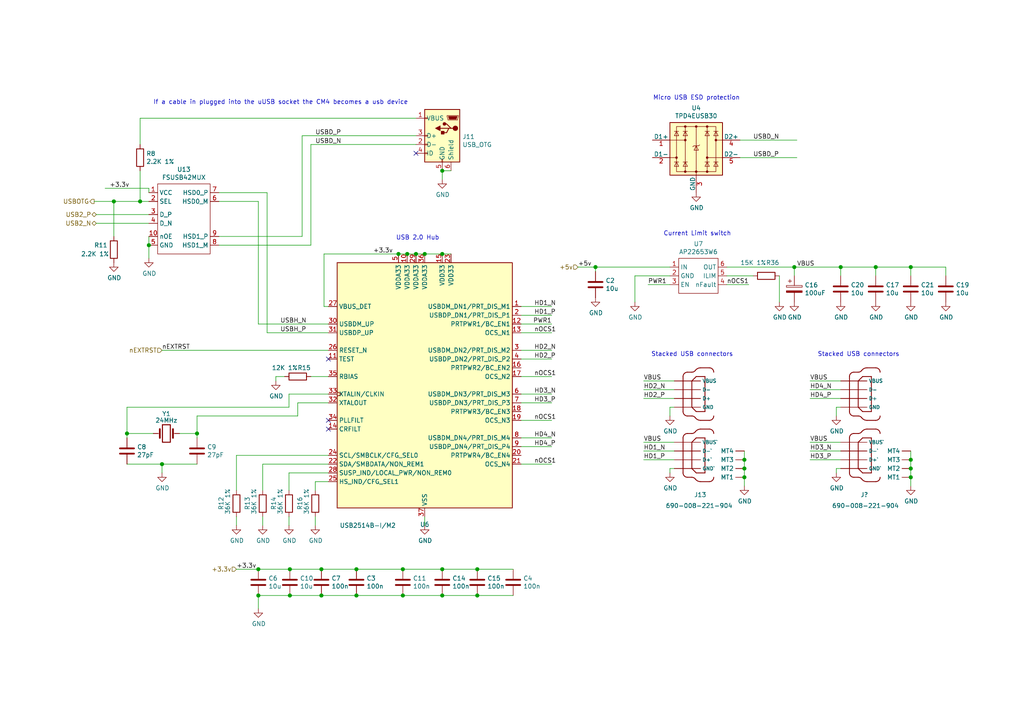
<source format=kicad_sch>
(kicad_sch (version 20210621) (generator eeschema)
  (paper "A4")
  (title_block (title "Astro Compute Module 4 - USB2-HUB") (date "2021-07-27") (rev "1") (company "Andrew Chittams") (comment 1 "https://github.com/chittams/AstroCM4") (comment 2 "www.raspberrypi.org"))
  (lib_symbols
    (symbol "CM4IO:AP2553W6"
      (property "Reference" "U" (at 3.81 -6.35 0))
      (property "Value" "AP2553W6" (at -3.81 -6.35 0))
      (symbol "AP2553W6_0_0"
        (pin power_in line (at -8.89 2.54 0) (length 2.54) (name "IN") (number "1"))
        (pin power_out line (at -8.89 0 0) (length 2.54) (name "GND") (number "2"))
        (pin input line (at -8.89 -2.54 0) (length 2.54) (name "EN") (number "3"))
        (pin open_collector line (at 7.62 -2.54 180) (length 2.54) (name "nFault") (number "4"))
        (pin passive line (at 7.62 0 180) (length 2.54) (name "ILIM") (number "5"))
        (pin power_out line (at 7.62 2.54 180) (length 2.54) (name "OUT") (number "6"))
      )
    )
    (symbol "CM4IO:FSUSB42MX"
      (property "Reference" "U" (at -7.62 20.32 0))
      (property "Value" "FSUSB42MX" (at -2.54 -2.54 0))
      (symbol "FSUSB42MX_0_0"
        (pin power_in line (at 8.89 16.51 180) (length 2.54) (name "VCC") (number "1"))
        (pin input line (at 8.89 3.81 180) (length 2.54) (name "nOE") (number "10"))
        (pin input line (at 8.89 13.97 180) (length 2.54) (name "SEL") (number "2"))
        (pin bidirectional line (at 8.89 10.16 180) (length 2.54) (name "D_P") (number "3"))
        (pin bidirectional line (at 8.89 7.62 180) (length 2.54) (name "D_N") (number "4"))
        (pin power_in line (at 8.89 1.27 180) (length 2.54) (name "GND") (number "5"))
        (pin bidirectional line (at -11.43 13.97 0) (length 2.54) (name "HSD0_M") (number "6"))
        (pin bidirectional line (at -11.43 16.51 0) (length 2.54) (name "HSD0_P") (number "7"))
        (pin bidirectional line (at -11.43 1.27 0) (length 2.54) (name "HSD1_M") (number "8"))
        (pin bidirectional line (at -11.43 3.81 0) (length 2.54) (name "HSD1_P") (number "9"))
      )
    )
    (symbol "CM4IO:TPD4EUSB30" (pin_names (offset 0))
      (property "Reference" "U" (at -0.635 8.89 0))
      (property "Value" "TPD4EUSB30" (at 8.89 -10.16 0))
      (symbol "TPD4EUSB30_1_1"
        (pin passive line (at -12.7 2.54 0) (length 5.08) (name "D1+") (number "1"))
        (pin passive line (at -12.7 2.54 0) (length 5.08) hide (name "~") (number "10"))
        (pin passive line (at -12.7 -2.54 0) (length 5.08) (name "D1-") (number "2"))
        (pin power_in line (at 0 -12.7 90) (length 5.08) (name "GND") (number "3"))
        (pin passive line (at 12.7 2.54 180) (length 5.08) (name "D2+") (number "4"))
        (pin passive line (at 12.7 -2.54 180) (length 5.08) (name "D2-") (number "5"))
        (pin passive line (at 12.7 -2.54 180) (length 5.08) hide (name "~") (number "6"))
        (pin passive line (at 12.7 2.54 180) (length 5.08) hide (name "~") (number "7"))
        (pin passive line (at 0 -12.7 90) (length 5.08) hide (name "GND") (number "8"))
        (pin passive line (at -12.7 -2.54 0) (length 5.08) hide (name "~") (number "9"))
      )
    )
    (symbol "CM4IO:USB_67298-4090" (pin_numbers hide)
      (property "Reference" "J" (at -5.08 21.6408 0))
      (property "Value" "USB_67298-4090" (at -5.08 -17.8054 0))
      (symbol "USB_67298-4090_0_0"
        (pin power_in line (at -7.62 -2.54 0) (length 7.62) (name "VBUS`") (number "1"))
        (pin passive line (at -7.62 -5.08 0) (length 7.62) (name "D-`") (number "2"))
        (pin passive line (at -7.62 -7.62 0) (length 7.62) (name "D+`") (number "3"))
        (pin power_in line (at -7.62 -10.16 0) (length 7.62) (name "GND`") (number "4"))
        (pin power_in line (at -7.62 15.24 0) (length 7.62) (name "VBUS") (number "5"))
        (pin passive line (at -7.62 12.7 0) (length 7.62) (name "D-") (number "6"))
        (pin passive line (at -7.62 10.16 0) (length 7.62) (name "D+") (number "7"))
        (pin power_in line (at -7.62 7.62 0) (length 7.62) (name "GND") (number "8"))
        (pin passive line (at 12.7 -12.7 180) (length 2.54) (name "MT1") (number "MT1"))
        (pin passive line (at 12.7 -10.16 180) (length 2.54) (name "MT2") (number "MT2"))
        (pin passive line (at 12.7 -7.62 180) (length 2.54) (name "MT3") (number "MT3"))
        (pin passive line (at 12.7 -5.08 180) (length 2.54) (name "MT4") (number "MT4"))
      )
    )
    (symbol "Connector:USB_OTG"
      (property "Reference" "J" (at -5.08 11.43 0))
      (property "Value" "USB_OTG" (at -5.08 8.89 0))
      (symbol "USB_OTG_1_1"
        (pin power_in line (at 7.62 5.08 180) (length 2.54) (name "VBUS") (number "1"))
        (pin passive line (at 7.62 -2.54 180) (length 2.54) (name "D-") (number "2"))
        (pin passive line (at 7.62 0 180) (length 2.54) (name "D+") (number "3"))
        (pin passive line (at 7.62 -5.08 180) (length 2.54) (name "ID") (number "4"))
        (pin power_in line (at 0 -10.16 90) (length 2.54) (name "GND") (number "5"))
        (pin passive line (at -2.54 -10.16 90) (length 2.54) (name "Shield") (number "6"))
      )
    )
    (symbol "Device:C" (pin_numbers hide) (pin_names (offset 0.254))
      (property "Reference" "C" (at 0.635 2.54 0))
      (property "Value" "C" (at 0.635 -2.54 0))
      (symbol "C_1_1"
        (pin passive line (at 0 3.81 270) (length 2.794) (name "~") (number "1"))
        (pin passive line (at 0 -3.81 90) (length 2.794) (name "~") (number "2"))
      )
    )
    (symbol "Device:CP" (pin_numbers hide) (pin_names (offset 0.254))
      (property "Reference" "C" (at 0.635 2.54 0))
      (property "Value" "CP" (at 0.635 -2.54 0))
      (symbol "CP_1_1"
        (pin passive line (at 0 3.81 270) (length 2.794) (name "~") (number "1"))
        (pin passive line (at 0 -3.81 90) (length 2.794) (name "~") (number "2"))
      )
    )
    (symbol "Device:Crystal" (pin_numbers hide) (pin_names hide)
      (property "Reference" "Y" (at 0 3.81 0))
      (property "Value" "Crystal" (at 0 -3.81 0))
      (symbol "Crystal_1_1"
        (pin passive line (at -3.81 0 0) (length 1.27) (name "1") (number "1"))
        (pin passive line (at 3.81 0 180) (length 1.27) (name "2") (number "2"))
      )
    )
    (symbol "Device:R" (pin_numbers hide) (pin_names (offset 0))
      (property "Reference" "R" (at 2.032 0 90))
      (property "Value" "R" (at 0 0 90))
      (symbol "R_1_1"
        (pin passive line (at 0 3.81 270) (length 1.27) (name "~") (number "1"))
        (pin passive line (at 0 -3.81 90) (length 1.27) (name "~") (number "2"))
      )
    )
    (symbol "Interface_USB:USB2514B_Bi"
      (property "Reference" "U" (at -17.78 40.64 0))
      (property "Value" "USB2514B_Bi" (at -20.32 38.1 0))
      (symbol "USB2514B_Bi_1_1"
        (pin bidirectional line (at 27.94 22.86 180) (length 2.54) (name "USBDM_DN1/PRT_DIS_M1") (number "1"))
        (pin power_in line (at -5.08 38.1 270) (length 2.54) (name "VDDA33") (number "10"))
        (pin input line (at -27.94 7.62 0) (length 2.54) (name "TEST") (number "11"))
        (pin bidirectional line (at 27.94 17.78 180) (length 2.54) (name "PRTPWR1/BC_EN1") (number "12"))
        (pin input line (at 27.94 15.24 180) (length 2.54) (name "OCS_N1") (number "13"))
        (pin input line (at -27.94 -12.7 0) (length 2.54) (name "CRFILT") (number "14"))
        (pin power_in line (at 5.08 38.1 270) (length 2.54) (name "VDD33") (number "15"))
        (pin bidirectional line (at 27.94 5.08 180) (length 2.54) (name "PRTPWR2/BC_EN2") (number "16"))
        (pin input line (at 27.94 2.54 180) (length 2.54) (name "OCS_N2") (number "17"))
        (pin bidirectional line (at 27.94 -7.62 180) (length 2.54) (name "PRTPWR3/BC_EN3") (number "18"))
        (pin input line (at 27.94 -10.16 180) (length 2.54) (name "OCS_N3") (number "19"))
        (pin bidirectional line (at 27.94 20.32 180) (length 2.54) (name "USBDP_DN1/PRT_DIS_P1") (number "2"))
        (pin bidirectional line (at 27.94 -20.32 180) (length 2.54) (name "PRTPWR4/BC_EN4") (number "20"))
        (pin input line (at 27.94 -22.86 180) (length 2.54) (name "OCS_N4") (number "21"))
        (pin bidirectional line (at -27.94 -22.86 0) (length 2.54) (name "SDA/SMBDATA/NON_REM1") (number "22"))
        (pin power_in line (at 7.62 38.1 270) (length 2.54) (name "VDD33") (number "23"))
        (pin bidirectional line (at -27.94 -20.32 0) (length 2.54) (name "SCL/SMBCLK/CFG_SEL0") (number "24"))
        (pin bidirectional line (at -27.94 -27.94 0) (length 2.54) (name "HS_IND/CFG_SEL1") (number "25"))
        (pin input line (at -27.94 10.16 0) (length 2.54) (name "RESET_N") (number "26"))
        (pin input line (at -27.94 22.86 0) (length 2.54) (name "VBUS_DET") (number "27"))
        (pin bidirectional line (at -27.94 -25.4 0) (length 2.54) (name "SUSP_IND/LOCAL_PWR/NON_REM0") (number "28"))
        (pin power_in line (at -2.54 38.1 270) (length 2.54) (name "VDDA33") (number "29"))
        (pin bidirectional line (at 27.94 10.16 180) (length 2.54) (name "USBDM_DN2/PRT_DIS_M2") (number "3"))
        (pin bidirectional line (at -27.94 17.78 0) (length 2.54) (name "USBDM_UP") (number "30"))
        (pin bidirectional line (at -27.94 15.24 0) (length 2.54) (name "USBDP_UP") (number "31"))
        (pin output line (at -27.94 -5.08 0) (length 2.54) (name "XTALOUT") (number "32"))
        (pin input clock (at -27.94 -2.54 0) (length 2.54) (name "XTALIN/CLKIN") (number "33"))
        (pin input line (at -27.94 -10.16 0) (length 2.54) (name "PLLFILT") (number "34"))
        (pin input line (at -27.94 2.54 0) (length 2.54) (name "RBIAS") (number "35"))
        (pin power_in line (at 0 38.1 270) (length 2.54) (name "VDDA33") (number "36"))
        (pin power_in line (at 0 -38.1 90) (length 2.54) (name "VSS") (number "37"))
        (pin bidirectional line (at 27.94 7.62 180) (length 2.54) (name "USBDP_DN2/PRT_DIS_P2") (number "4"))
        (pin power_in line (at -7.62 38.1 270) (length 2.54) (name "VDDA33") (number "5"))
        (pin bidirectional line (at 27.94 -2.54 180) (length 2.54) (name "USBDM_DN3/PRT_DIS_M3") (number "6"))
        (pin bidirectional line (at 27.94 -5.08 180) (length 2.54) (name "USBDP_DN3/PRT_DIS_P3") (number "7"))
        (pin bidirectional line (at 27.94 -15.24 180) (length 2.54) (name "USBDM_DN4/PRT_DIS_M4") (number "8"))
        (pin bidirectional line (at 27.94 -17.78 180) (length 2.54) (name "USBDP_DN4/PRT_DIS_P4") (number "9"))
      )
    )
    (symbol "power:GND" (power) (pin_names (offset 0))
      (property "Value" "GND" (at 0 -3.81 0))
      (symbol "GND_1_1"
        (pin power_in line (at 0 0 270) (length 0) hide (name "GND") (number "1"))
      )
    )
  )
  (junction (at 33.02 58.42) (diameter 1.016))
  (junction (at 36.83 125.73) (diameter 1.016))
  (junction (at 40.64 58.42) (diameter 1.016))
  (junction (at 43.18 71.12) (diameter 1.016))
  (junction (at 46.99 134.62) (diameter 1.016))
  (junction (at 57.15 125.73) (diameter 1.016))
  (junction (at 74.93 165.1) (diameter 1.016))
  (junction (at 74.93 172.72) (diameter 1.016))
  (junction (at 84.074 165.1) (diameter 1.016))
  (junction (at 84.074 172.72) (diameter 1.016))
  (junction (at 93.218 165.1) (diameter 1.016))
  (junction (at 93.218 172.72) (diameter 1.016))
  (junction (at 103.378 165.1) (diameter 1.016))
  (junction (at 103.378 172.72) (diameter 1.016))
  (junction (at 115.57 73.66) (diameter 1.016))
  (junction (at 116.84 165.1) (diameter 1.016))
  (junction (at 116.84 172.72) (diameter 1.016))
  (junction (at 118.11 73.66) (diameter 1.016))
  (junction (at 120.65 73.66) (diameter 1.016))
  (junction (at 123.19 73.66) (diameter 1.016))
  (junction (at 128.27 49.53) (diameter 1.016))
  (junction (at 128.27 73.66) (diameter 1.016))
  (junction (at 128.27 165.1) (diameter 1.016))
  (junction (at 128.27 172.72) (diameter 1.016))
  (junction (at 138.43 165.1) (diameter 1.016))
  (junction (at 138.43 172.72) (diameter 1.016))
  (junction (at 172.72 77.47) (diameter 1.016))
  (junction (at 215.9 133.35) (diameter 1.016))
  (junction (at 215.9 135.89) (diameter 1.016))
  (junction (at 215.9 138.43) (diameter 1.016))
  (junction (at 230.378 77.47) (diameter 1.016))
  (junction (at 243.84 77.47) (diameter 1.016))
  (junction (at 254 77.47) (diameter 1.016))
  (junction (at 264.16 77.47) (diameter 1.016))
  (junction (at 264.16 133.35) (diameter 1.016))
  (junction (at 264.16 135.89) (diameter 1.016))
  (junction (at 264.16 138.43) (diameter 1.016))
  (no_connect (at 95.25 104.14))
  (no_connect (at 95.25 121.92))
  (no_connect (at 95.25 124.46))
  (no_connect (at 120.65 44.45))
  (wire (pts (xy 27.305 58.42) (xy 33.02 58.42)))
  (wire (pts (xy 27.94 62.23) (xy 43.18 62.23)))
  (wire (pts (xy 27.94 64.77) (xy 43.18 64.77)))
  (wire (pts (xy 30.48 54.61) (xy 43.18 54.61)))
  (wire (pts (xy 33.02 58.42) (xy 33.02 68.58)))
  (wire (pts (xy 36.83 118.11) (xy 36.83 125.73)))
  (wire (pts (xy 36.83 125.73) (xy 44.45 125.73)))
  (wire (pts (xy 36.83 127) (xy 36.83 125.73)))
  (wire (pts (xy 36.83 134.62) (xy 46.99 134.62)))
  (wire (pts (xy 40.64 34.29) (xy 120.65 34.29)))
  (wire (pts (xy 40.64 41.91) (xy 40.64 34.29)))
  (wire (pts (xy 40.64 49.53) (xy 40.64 58.42)))
  (wire (pts (xy 40.64 58.42) (xy 33.02 58.42)))
  (wire (pts (xy 43.18 55.88) (xy 43.18 54.61)))
  (wire (pts (xy 43.18 58.42) (xy 40.64 58.42)))
  (wire (pts (xy 43.18 68.58) (xy 43.18 71.12)))
  (wire (pts (xy 43.18 71.12) (xy 43.18 74.93)))
  (wire (pts (xy 46.99 101.6) (xy 95.25 101.6)))
  (wire (pts (xy 46.99 134.62) (xy 46.99 137.16)))
  (wire (pts (xy 46.99 134.62) (xy 57.15 134.62)))
  (wire (pts (xy 52.07 125.73) (xy 57.15 125.73)))
  (wire (pts (xy 57.15 120.65) (xy 57.15 125.73)))
  (wire (pts (xy 57.15 125.73) (xy 57.15 127)))
  (wire (pts (xy 63.5 55.88) (xy 77.47 55.88)))
  (wire (pts (xy 63.5 58.42) (xy 74.93 58.42)))
  (wire (pts (xy 63.5 68.58) (xy 87.63 68.58)))
  (wire (pts (xy 63.5 71.12) (xy 90.17 71.12)))
  (wire (pts (xy 68.58 132.08) (xy 95.25 132.08)))
  (wire (pts (xy 68.58 142.24) (xy 68.58 132.08)))
  (wire (pts (xy 68.58 149.86) (xy 68.58 152.4)))
  (wire (pts (xy 68.58 165.1) (xy 74.93 165.1)))
  (wire (pts (xy 74.93 58.42) (xy 74.93 93.98)))
  (wire (pts (xy 74.93 165.1) (xy 84.074 165.1)))
  (wire (pts (xy 74.93 172.72) (xy 84.074 172.72)))
  (wire (pts (xy 74.93 176.53) (xy 74.93 172.72)))
  (wire (pts (xy 76.2 134.62) (xy 95.25 134.62)))
  (wire (pts (xy 76.2 142.24) (xy 76.2 134.62)))
  (wire (pts (xy 76.2 149.86) (xy 76.2 152.4)))
  (wire (pts (xy 77.47 55.88) (xy 77.47 96.52)))
  (wire (pts (xy 77.47 96.52) (xy 95.25 96.52)))
  (wire (pts (xy 80.01 109.22) (xy 80.01 110.49)))
  (wire (pts (xy 82.55 109.22) (xy 80.01 109.22)))
  (wire (pts (xy 83.82 114.3) (xy 83.82 118.11)))
  (wire (pts (xy 83.82 114.3) (xy 95.25 114.3)))
  (wire (pts (xy 83.82 118.11) (xy 36.83 118.11)))
  (wire (pts (xy 83.82 137.16) (xy 95.25 137.16)))
  (wire (pts (xy 83.82 142.24) (xy 83.82 137.16)))
  (wire (pts (xy 83.82 149.86) (xy 83.82 152.4)))
  (wire (pts (xy 84.074 165.1) (xy 93.218 165.1)))
  (wire (pts (xy 84.074 172.72) (xy 93.218 172.72)))
  (wire (pts (xy 86.36 116.84) (xy 86.36 120.65)))
  (wire (pts (xy 86.36 120.65) (xy 57.15 120.65)))
  (wire (pts (xy 87.63 39.37) (xy 120.65 39.37)))
  (wire (pts (xy 87.63 68.58) (xy 87.63 39.37)))
  (wire (pts (xy 90.17 41.91) (xy 120.65 41.91)))
  (wire (pts (xy 90.17 71.12) (xy 90.17 41.91)))
  (wire (pts (xy 90.17 109.22) (xy 95.25 109.22)))
  (wire (pts (xy 91.44 139.7) (xy 95.25 139.7)))
  (wire (pts (xy 91.44 142.24) (xy 91.44 139.7)))
  (wire (pts (xy 91.44 149.86) (xy 91.44 152.4)))
  (wire (pts (xy 93.218 165.1) (xy 103.378 165.1)))
  (wire (pts (xy 93.218 172.72) (xy 103.378 172.72)))
  (wire (pts (xy 93.98 73.66) (xy 115.57 73.66)))
  (wire (pts (xy 93.98 88.9) (xy 93.98 73.66)))
  (wire (pts (xy 95.25 88.9) (xy 93.98 88.9)))
  (wire (pts (xy 95.25 93.98) (xy 74.93 93.98)))
  (wire (pts (xy 95.25 116.84) (xy 86.36 116.84)))
  (wire (pts (xy 103.378 165.1) (xy 116.84 165.1)))
  (wire (pts (xy 103.378 172.72) (xy 116.84 172.72)))
  (wire (pts (xy 115.57 73.66) (xy 118.11 73.66)))
  (wire (pts (xy 116.84 165.1) (xy 128.27 165.1)))
  (wire (pts (xy 116.84 172.72) (xy 128.27 172.72)))
  (wire (pts (xy 118.11 73.66) (xy 120.65 73.66)))
  (wire (pts (xy 120.65 73.66) (xy 123.19 73.66)))
  (wire (pts (xy 123.19 73.66) (xy 128.27 73.66)))
  (wire (pts (xy 123.19 149.86) (xy 123.19 152.4)))
  (wire (pts (xy 128.27 49.53) (xy 130.81 49.53)))
  (wire (pts (xy 128.27 52.07) (xy 128.27 49.53)))
  (wire (pts (xy 128.27 73.66) (xy 130.81 73.66)))
  (wire (pts (xy 128.27 165.1) (xy 138.43 165.1)))
  (wire (pts (xy 128.27 172.72) (xy 138.43 172.72)))
  (wire (pts (xy 138.43 165.1) (xy 148.844 165.1)))
  (wire (pts (xy 138.43 172.72) (xy 148.844 172.72)))
  (wire (pts (xy 151.13 88.9) (xy 160.02 88.9)))
  (wire (pts (xy 151.13 91.44) (xy 160.02 91.44)))
  (wire (pts (xy 151.13 93.98) (xy 160.02 93.98)))
  (wire (pts (xy 151.13 96.52) (xy 160.02 96.52)))
  (wire (pts (xy 151.13 101.6) (xy 160.02 101.6)))
  (wire (pts (xy 151.13 104.14) (xy 160.02 104.14)))
  (wire (pts (xy 151.13 109.22) (xy 160.02 109.22)))
  (wire (pts (xy 151.13 114.3) (xy 160.02 114.3)))
  (wire (pts (xy 151.13 116.84) (xy 160.02 116.84)))
  (wire (pts (xy 151.13 121.92) (xy 160.02 121.92)))
  (wire (pts (xy 151.13 127) (xy 160.02 127)))
  (wire (pts (xy 151.13 129.54) (xy 160.02 129.54)))
  (wire (pts (xy 151.13 134.62) (xy 160.02 134.62)))
  (wire (pts (xy 167.64 77.47) (xy 172.72 77.47)))
  (wire (pts (xy 172.72 77.47) (xy 194.31 77.47)))
  (wire (pts (xy 172.72 78.74) (xy 172.72 77.47)))
  (wire (pts (xy 184.15 80.01) (xy 184.15 87.63)))
  (wire (pts (xy 186.69 110.49) (xy 195.58 110.49)))
  (wire (pts (xy 186.69 113.03) (xy 195.58 113.03)))
  (wire (pts (xy 186.69 115.57) (xy 195.58 115.57)))
  (wire (pts (xy 186.69 128.27) (xy 195.58 128.27)))
  (wire (pts (xy 186.69 130.81) (xy 195.58 130.81)))
  (wire (pts (xy 186.69 133.35) (xy 195.58 133.35)))
  (wire (pts (xy 187.96 82.55) (xy 194.31 82.55)))
  (wire (pts (xy 194.31 80.01) (xy 184.15 80.01)))
  (wire (pts (xy 194.31 118.11) (xy 194.31 120.65)))
  (wire (pts (xy 194.31 135.89) (xy 194.31 137.16)))
  (wire (pts (xy 195.58 118.11) (xy 194.31 118.11)))
  (wire (pts (xy 195.58 135.89) (xy 194.31 135.89)))
  (wire (pts (xy 210.82 77.47) (xy 230.378 77.47)))
  (wire (pts (xy 210.82 80.01) (xy 218.44 80.01)))
  (wire (pts (xy 210.82 82.55) (xy 217.17 82.55)))
  (wire (pts (xy 214.63 40.64) (xy 231.14 40.64)))
  (wire (pts (xy 214.63 45.72) (xy 231.14 45.72)))
  (wire (pts (xy 215.9 130.81) (xy 215.9 133.35)))
  (wire (pts (xy 215.9 133.35) (xy 215.9 135.89)))
  (wire (pts (xy 215.9 135.89) (xy 215.9 138.43)))
  (wire (pts (xy 215.9 138.43) (xy 215.9 140.97)))
  (wire (pts (xy 226.06 80.01) (xy 226.06 87.63)))
  (wire (pts (xy 230.378 77.47) (xy 230.378 80.01)))
  (wire (pts (xy 230.378 77.47) (xy 243.84 77.47)))
  (wire (pts (xy 234.95 110.49) (xy 243.84 110.49)))
  (wire (pts (xy 234.95 113.03) (xy 243.84 113.03)))
  (wire (pts (xy 234.95 115.57) (xy 243.84 115.57)))
  (wire (pts (xy 234.95 128.27) (xy 243.84 128.27)))
  (wire (pts (xy 234.95 130.81) (xy 243.84 130.81)))
  (wire (pts (xy 234.95 133.35) (xy 243.84 133.35)))
  (wire (pts (xy 242.57 118.11) (xy 242.57 120.65)))
  (wire (pts (xy 242.57 135.89) (xy 242.57 137.16)))
  (wire (pts (xy 243.84 77.47) (xy 254 77.47)))
  (wire (pts (xy 243.84 80.01) (xy 243.84 77.47)))
  (wire (pts (xy 243.84 118.11) (xy 242.57 118.11)))
  (wire (pts (xy 243.84 135.89) (xy 242.57 135.89)))
  (wire (pts (xy 254 77.47) (xy 254 80.01)))
  (wire (pts (xy 254 77.47) (xy 264.16 77.47)))
  (wire (pts (xy 264.16 77.47) (xy 264.16 80.01)))
  (wire (pts (xy 264.16 77.47) (xy 274.32 77.47)))
  (wire (pts (xy 264.16 130.81) (xy 264.16 133.35)))
  (wire (pts (xy 264.16 133.35) (xy 264.16 135.89)))
  (wire (pts (xy 264.16 135.89) (xy 264.16 138.43)))
  (wire (pts (xy 264.16 138.43) (xy 264.16 140.97)))
  (wire (pts (xy 274.32 80.01) (xy 274.32 77.47)))
  (text "If a cable in plugged into the uUSB socket the CM4 becomes a usb device" (at 44.45 30.48 0) (effects (font (size 1.27 1.27)) (justify left bottom)))
  (text "USB 2.0 Hub" (at 127.4318 69.7992 180) (effects (font (size 1.27 1.27)) (justify right bottom)))
  (text "Current Limit switch" (at 212.09 68.58 180) (effects (font (size 1.27 1.27)) (justify right bottom)))
  (text "Stacked USB connectors" (at 212.6488 103.5812 180) (effects (font (size 1.27 1.27)) (justify right bottom)))
  (text "Micro USB ESD protection" (at 214.63 29.21 180) (effects (font (size 1.27 1.27)) (justify right bottom)))
  (text "Stacked USB connectors" (at 260.9088 103.5812 180) (effects (font (size 1.27 1.27)) (justify right bottom)))
  (label "+3.3v" (at 31.75 54.61 0))
  (label "nEXTRST" (at 46.99 101.6 0))
  (label "+3.3v" (at 68.58 165.1 0))
  (label "USBH_N" (at 81.28 93.98 0))
  (label "USBH_P" (at 81.28 96.52 0))
  (label "USBD_P" (at 91.44 39.37 0))
  (label "USBD_N" (at 91.44 41.91 0))
  (label "+3.3v" (at 108.204 73.66 0))
  (label "HD1_N" (at 154.94 88.9 0))
  (label "HD1_P" (at 154.94 91.44 0))
  (label "nOCS1" (at 154.94 96.52 0))
  (label "HD2_N" (at 154.94 101.6 0))
  (label "HD2_P" (at 154.94 104.14 0))
  (label "nOCS1" (at 154.94 109.22 0))
  (label "HD3_N" (at 154.94 114.3 0))
  (label "HD3_P" (at 154.94 116.84 0))
  (label "nOCS1" (at 154.94 121.92 0))
  (label "HD4_N" (at 154.94 127 0))
  (label "HD4_P" (at 154.94 129.54 0))
  (label "nOCS1" (at 154.94 134.62 0))
  (label "PWR1" (at 160.02 93.98 180))
  (label "+5v" (at 167.64 77.47 0))
  (label "VBUS" (at 186.69 110.49 0))
  (label "HD2_N" (at 186.69 113.03 0))
  (label "HD2_P" (at 186.69 115.57 0))
  (label "VBUS" (at 186.69 128.27 0))
  (label "HD1_N" (at 186.69 130.81 0))
  (label "HD1_P" (at 186.69 133.35 0))
  (label "PWR1" (at 187.96 82.55 0))
  (label "nOCS1" (at 210.82 82.55 0))
  (label "USBD_N" (at 218.44 40.64 0))
  (label "USBD_P" (at 218.44 45.72 0))
  (label "VBUS" (at 231.14 77.47 0))
  (label "VBUS" (at 234.95 110.49 0))
  (label "HD4_N" (at 234.95 113.03 0))
  (label "HD4_P" (at 234.95 115.57 0))
  (label "VBUS" (at 234.95 128.27 0))
  (label "HD3_N" (at 234.95 130.81 0))
  (label "HD3_P" (at 234.95 133.35 0))
  (hierarchical_label "USBOTG" (shape output) (at 27.305 58.42 180))
  (hierarchical_label "USB2_P" (shape bidirectional) (at 27.94 62.23 180))
  (hierarchical_label "USB2_N" (shape bidirectional) (at 27.94 64.77 180))
  (hierarchical_label "nEXTRST" (shape input) (at 46.99 101.6 180))
  (hierarchical_label "+3.3v" (shape input) (at 68.58 165.1 180))
  (hierarchical_label "+5v" (shape input) (at 167.64 77.47 180))
  (symbol (lib_id "power:GND") (at 33.02 76.2 0) (unit 1)
    (property "Reference" "#PWR0144" (effects hide))
    (property "Value" "GND" (at 33.147 80.5942 0))
  )
  (symbol (lib_id "power:GND") (at 43.18 74.93 0) (unit 1)
    (property "Reference" "#PWR0143" (effects hide))
    (property "Value" "GND" (at 43.307 79.3242 0))
  )
  (symbol (lib_id "power:GND") (at 46.99 137.16 0) (unit 1)
    (property "Reference" "#PWR07" (effects hide))
    (property "Value" "GND" (at 47.117 141.5542 0))
  )
  (symbol (lib_id "power:GND") (at 68.58 152.4 0) (unit 1)
    (property "Reference" "#PWR08" (effects hide))
    (property "Value" "GND" (at 68.707 156.7942 0))
  )
  (symbol (lib_id "power:GND") (at 74.93 176.53 0) (unit 1)
    (property "Reference" "#PWR06" (effects hide))
    (property "Value" "GND" (at 75.057 180.9242 0))
  )
  (symbol (lib_id "power:GND") (at 76.2 152.4 0) (unit 1)
    (property "Reference" "#PWR09" (effects hide))
    (property "Value" "GND" (at 76.327 156.7942 0))
  )
  (symbol (lib_id "power:GND") (at 80.01 110.49 0) (unit 1)
    (property "Reference" "#PWR010" (effects hide))
    (property "Value" "GND" (at 80.137 114.8842 0))
  )
  (symbol (lib_id "power:GND") (at 83.82 152.4 0) (unit 1)
    (property "Reference" "#PWR011" (effects hide))
    (property "Value" "GND" (at 83.947 156.7942 0))
  )
  (symbol (lib_id "power:GND") (at 91.44 152.4 0) (unit 1)
    (property "Reference" "#PWR012" (effects hide))
    (property "Value" "GND" (at 91.567 156.7942 0))
  )
  (symbol (lib_id "power:GND") (at 123.19 152.4 0) (unit 1)
    (property "Reference" "#PWR0142" (effects hide))
    (property "Value" "GND" (at 123.317 156.7942 0))
  )
  (symbol (lib_id "power:GND") (at 128.27 52.07 0) (unit 1)
    (property "Reference" "#PWR013" (effects hide))
    (property "Value" "GND" (at 128.397 56.4642 0))
  )
  (symbol (lib_id "power:GND") (at 172.72 86.36 0) (unit 1)
    (property "Reference" "#PWR017" (effects hide))
    (property "Value" "GND" (at 172.847 90.7542 0))
  )
  (symbol (lib_id "power:GND") (at 184.15 87.63 0) (unit 1)
    (property "Reference" "#PWR014" (effects hide))
    (property "Value" "GND" (at 184.277 92.0242 0))
  )
  (symbol (lib_id "power:GND") (at 194.31 120.65 0) (unit 1)
    (property "Reference" "#PWR023" (effects hide))
    (property "Value" "GND" (at 194.437 125.0442 0))
  )
  (symbol (lib_id "power:GND") (at 194.31 137.16 0) (unit 1)
    (property "Reference" "#PWR024" (effects hide))
    (property "Value" "GND" (at 194.437 141.5542 0))
  )
  (symbol (lib_id "power:GND") (at 201.93 55.88 0) (unit 1)
    (property "Reference" "#PWR0123" (effects hide))
    (property "Value" "GND" (at 202.057 60.2742 0))
  )
  (symbol (lib_id "power:GND") (at 215.9 140.97 0) (unit 1)
    (property "Reference" "#PWR0114" (effects hide))
    (property "Value" "GND" (at 216.027 145.3642 0))
  )
  (symbol (lib_id "power:GND") (at 226.06 87.63 0) (unit 1)
    (property "Reference" "#PWR019" (effects hide))
    (property "Value" "GND" (at 226.187 92.0242 0))
  )
  (symbol (lib_id "power:GND") (at 230.378 87.63 0) (unit 1)
    (property "Reference" "#PWR01" (effects hide))
    (property "Value" "GND" (at 230.505 92.0242 0))
  )
  (symbol (lib_id "power:GND") (at 242.57 120.65 0) (unit 1)
    (property "Reference" "#PWR?" (effects hide))
    (property "Value" "GND" (at 242.697 125.0442 0))
  )
  (symbol (lib_id "power:GND") (at 242.57 137.16 0) (unit 1)
    (property "Reference" "#PWR?" (effects hide))
    (property "Value" "GND" (at 242.697 141.5542 0))
  )
  (symbol (lib_id "power:GND") (at 243.84 87.63 0) (unit 1)
    (property "Reference" "#PWR021" (effects hide))
    (property "Value" "GND" (at 243.967 92.0242 0))
  )
  (symbol (lib_id "power:GND") (at 254 87.63 0) (unit 1)
    (property "Reference" "#PWR018" (effects hide))
    (property "Value" "GND" (at 254.127 92.0242 0))
  )
  (symbol (lib_id "power:GND") (at 264.16 87.63 0) (unit 1)
    (property "Reference" "#PWR049" (effects hide))
    (property "Value" "GND" (at 264.287 92.0242 0))
  )
  (symbol (lib_id "power:GND") (at 264.16 140.97 0) (unit 1)
    (property "Reference" "#PWR?" (effects hide))
    (property "Value" "GND" (at 264.287 145.3642 0))
  )
  (symbol (lib_id "power:GND") (at 274.32 87.63 0) (unit 1)
    (property "Reference" "#PWR050" (effects hide))
    (property "Value" "GND" (at 274.447 92.0242 0))
  )
  (symbol (lib_id "Device:R") (at 33.02 72.39 0) (unit 1)
    (property "Reference" "R11" (at 27.305 71.12 0) (effects (justify left)))
    (property "Value" "2.2K 1%" (at 23.495 73.66 0) (effects (justify left)))
    (property "Footprint" "Resistor_SMD:R_0402_1005Metric" (effects hide))
    (property "Datasheet" "https://fscdn.rohm.com/en/products/databook/datasheet/passive/resistor/chip_resistor/mcr-e.pdf" (effects hide))
    (property "Field4" "Farnell" (effects hide))
    (property "Field5" "9239278" (effects hide))
    (property "Field7" "KOA EUROPE GMBH" (effects hide))
    (property "Field6" "RK73G1ETQTP2201D         " (effects hide))
    (property "Part Description" "Resistor 2.2K M1005 1% 63mW" (effects hide))
    (property "Field8" "120889581" (effects hide))
  )
  (symbol (lib_id "Device:R") (at 40.64 45.72 0) (unit 1)
    (property "Reference" "R8" (at 42.418 44.5516 0) (effects (justify left)))
    (property "Value" "2.2K 1%" (at 42.418 46.863 0) (effects (justify left)))
    (property "Footprint" "Resistor_SMD:R_0402_1005Metric" (effects hide))
    (property "Datasheet" "https://fscdn.rohm.com/en/products/databook/datasheet/passive/resistor/chip_resistor/mcr-e.pdf" (effects hide))
    (property "Field4" "Farnell" (effects hide))
    (property "Field5" "9239278" (effects hide))
    (property "Field7" "KOA EUROPE GMBH" (effects hide))
    (property "Field6" "RK73G1ETQTP2201D         " (effects hide))
    (property "Part Description" "Resistor 2.2K M1005 1% 63mW" (effects hide))
    (property "Field8" "120889581" (effects hide))
  )
  (symbol (lib_id "Device:R") (at 68.58 146.05 0) (unit 1)
    (property "Reference" "R12" (at 64.135 147.955 90) (effects (justify left)))
    (property "Value" "36K 1%" (at 66.04 149.225 90) (effects (justify left)))
    (property "Footprint" "Resistor_SMD:R_0402_1005Metric" (effects hide))
    (property "Datasheet" "https://fscdn.rohm.com/en/products/databook/datasheet/passive/resistor/chip_resistor/mcr-e.pdf" (effects hide))
    (property "Field4" "Farnell" (effects hide))
    (property "Field5" "1458788" (effects hide))
    (property "Field7" "Rohm" (effects hide))
    (property "Field6" "MCR01MZPF3602" (effects hide))
    (property "Part Description" "Resistor 36K M1005 1% 63mW" (effects hide))
  )
  (symbol (lib_id "Device:R") (at 76.2 146.05 0) (unit 1)
    (property "Reference" "R13" (at 71.755 147.955 90) (effects (justify left)))
    (property "Value" "36K 1%" (at 73.66 149.225 90) (effects (justify left)))
    (property "Footprint" "Resistor_SMD:R_0402_1005Metric" (effects hide))
    (property "Datasheet" "https://fscdn.rohm.com/en/products/databook/datasheet/passive/resistor/chip_resistor/mcr-e.pdf" (effects hide))
    (property "Field4" "Farnell" (effects hide))
    (property "Field5" "1458788" (effects hide))
    (property "Field7" "Rohm" (effects hide))
    (property "Field6" "MCR01MZPF3602" (effects hide))
    (property "Part Description" "Resistor 36K M1005 1% 63mW" (effects hide))
  )
  (symbol (lib_id "Device:R") (at 83.82 146.05 0) (unit 1)
    (property "Reference" "R14" (at 79.375 147.955 90) (effects (justify left)))
    (property "Value" "36K 1%" (at 81.28 149.225 90) (effects (justify left)))
    (property "Footprint" "Resistor_SMD:R_0402_1005Metric" (effects hide))
    (property "Datasheet" "https://fscdn.rohm.com/en/products/databook/datasheet/passive/resistor/chip_resistor/mcr-e.pdf" (effects hide))
    (property "Field4" "Farnell" (effects hide))
    (property "Field5" "1458788" (effects hide))
    (property "Field7" "Rohm" (effects hide))
    (property "Field6" "MCR01MZPF3602" (effects hide))
    (property "Part Description" "Resistor 36K M1005 1% 63mW" (effects hide))
  )
  (symbol (lib_id "Device:R") (at 86.36 109.22 90) (unit 1)
    (property "Reference" "R15" (at 90.17 106.68 90) (effects (justify left)))
    (property "Value" "12K 1%" (at 86.36 106.68 90) (effects (justify left)))
    (property "Footprint" "Resistor_SMD:R_0402_1005Metric" (effects hide))
    (property "Datasheet" "https://fscdn.rohm.com/en/products/databook/datasheet/passive/resistor/chip_resistor/mcr-e.pdf" (effects hide))
    (property "Field4" "Farnell" (effects hide))
    (property "Field5" "9239367" (effects hide))
    (property "Field7" "Rohm" (effects hide))
    (property "Field6" "MCR01MZPF1202" (effects hide))
    (property "Part Description" "Resistor 12K M1005 1% 63mW" (effects hide))
  )
  (symbol (lib_id "Device:R") (at 91.44 146.05 0) (unit 1)
    (property "Reference" "R16" (at 86.995 147.955 90) (effects (justify left)))
    (property "Value" "36K 1%" (at 88.9 149.225 90) (effects (justify left)))
    (property "Footprint" "Resistor_SMD:R_0402_1005Metric" (effects hide))
    (property "Datasheet" "https://fscdn.rohm.com/en/products/databook/datasheet/passive/resistor/chip_resistor/mcr-e.pdf" (effects hide))
    (property "Field4" "Farnell" (effects hide))
    (property "Field5" "1458788" (effects hide))
    (property "Field7" "Rohm" (effects hide))
    (property "Field6" "MCR01MZPF3602" (effects hide))
    (property "Part Description" "Resistor 36K M1005 1% 63mW" (effects hide))
  )
  (symbol (lib_id "Device:R") (at 222.25 80.01 90) (unit 1)
    (property "Reference" "R36" (at 226.06 76.2 90) (effects (justify left)))
    (property "Value" "15K 1%" (at 222.25 76.2 90) (effects (justify left)))
    (property "Footprint" "Resistor_SMD:R_0402_1005Metric" (effects hide))
    (property "Datasheet" "https://fscdn.rohm.com/en/products/databook/datasheet/passive/resistor/chip_resistor/mcr-e.pdf" (effects hide))
    (property "Field4" "Farnell" (effects hide))
    (property "Field5" "9239375" (effects hide))
    (property "Field6" "MCR01MZPF1502" (effects hide))
    (property "Field7" "Rohm" (effects hide))
    (property "Part Description" "Resistor 15K M1005 1% 63mW" (effects hide))
    (property "Field8" "120891581" (effects hide))
  )
  (symbol (lib_id "Device:C") (at 36.83 130.81 0) (unit 1)
    (property "Reference" "C8" (at 39.751 129.6416 0) (effects (justify left)))
    (property "Value" "27pF" (at 39.751 131.953 0) (effects (justify left)))
    (property "Footprint" "Capacitor_SMD:C_0402_1005Metric" (effects hide))
    (property "Datasheet" "https://search.murata.co.jp/Ceramy/image/img/A01X/G101/ENG/GJM1555C1H270JB01-01.pdf" (effects hide))
    (property "Field8" "UCAP00738 " (effects hide))
    (property "Field5" "490-17672-1-ND" (effects hide))
    (property "Field6" "GJM1555C1H270JB01D" (effects hide))
    (property "Field7" "Murata" (effects hide))
    (property "Part Description" "	27pF 5% 50V Ceramic Capacitor C0G, NP0 0402 (1005 Metric)" (effects hide))
    (property "Field4" "Digikey" (effects hide))
  )
  (symbol (lib_id "Device:C") (at 57.15 130.81 0) (unit 1)
    (property "Reference" "C9" (at 60.071 129.6416 0) (effects (justify left)))
    (property "Value" "27pF" (at 60.071 131.953 0) (effects (justify left)))
    (property "Footprint" "Capacitor_SMD:C_0402_1005Metric" (effects hide))
    (property "Datasheet" "https://search.murata.co.jp/Ceramy/image/img/A01X/G101/ENG/GJM1555C1H270JB01-01.pdf" (effects hide))
    (property "Field8" "UCAP00738 " (effects hide))
    (property "Field5" "490-17672-1-ND" (effects hide))
    (property "Field6" "GJM1555C1H270JB01D" (effects hide))
    (property "Field7" "Murata" (effects hide))
    (property "Part Description" "	27pF 5% 50V Ceramic Capacitor C0G, NP0 0402 (1005 Metric)" (effects hide))
    (property "Field4" "Digikey" (effects hide))
  )
  (symbol (lib_id "Device:C") (at 74.93 168.91 0) (unit 1)
    (property "Reference" "C6" (at 77.851 167.7416 0) (effects (justify left)))
    (property "Value" "10u" (at 77.851 170.053 0) (effects (justify left)))
    (property "Footprint" "Capacitor_SMD:C_0805_2012Metric" (effects hide))
    (property "Datasheet" "https://search.murata.co.jp/Ceramy/image/img/A01X/G101/ENG/GRM21BR71A106KA73-01.pdf" (effects hide))
    (property "Field5" "490-14381-1-ND" (effects hide))
    (property "Field4" "Digikey" (effects hide))
    (property "Field6" "GRM21BR71A106KA73L" (effects hide))
    (property "Field7" "Murata" (effects hide))
    (property "Part Description" "	10uF 10% 10V Ceramic Capacitor X7R 0805 (2012 Metric)" (effects hide))
    (property "Field8" "111893011" (effects hide))
  )
  (symbol (lib_id "Device:C") (at 84.074 168.91 0) (unit 1)
    (property "Reference" "C10" (at 86.995 167.7416 0) (effects (justify left)))
    (property "Value" "10u" (at 86.995 170.053 0) (effects (justify left)))
    (property "Footprint" "Capacitor_SMD:C_0805_2012Metric" (effects hide))
    (property "Datasheet" "https://search.murata.co.jp/Ceramy/image/img/A01X/G101/ENG/GRM21BR71A106KA73-01.pdf" (effects hide))
    (property "Field5" "490-14381-1-ND" (effects hide))
    (property "Field4" "Digikey" (effects hide))
    (property "Field6" "GRM21BR71A106KA73L" (effects hide))
    (property "Field7" "Murata" (effects hide))
    (property "Part Description" "	10uF 10% 10V Ceramic Capacitor X7R 0805 (2012 Metric)" (effects hide))
    (property "Field8" "111893011" (effects hide))
  )
  (symbol (lib_id "Device:C") (at 93.218 168.91 0) (unit 1)
    (property "Reference" "C7" (at 96.139 167.7416 0) (effects (justify left)))
    (property "Value" "100n" (at 96.139 170.053 0) (effects (justify left)))
    (property "Footprint" "Capacitor_SMD:C_0402_1005Metric" (effects hide))
    (property "Datasheet" "https://search.murata.co.jp/Ceramy/image/img/A01X/G101/ENG/GRM155R71C104KA88-01.pdf" (effects hide))
    (property "Field4" "Farnell" (effects hide))
    (property "Field5" "2611911" (effects hide))
    (property "Field6" "RM EMK105 B7104KV-F" (effects hide))
    (property "Field7" "TAIYO YUDEN EUROPE GMBH" (effects hide))
    (property "Part Description" "	0.1uF 10% 16V Ceramic Capacitor X7R 0402 (1005 Metric)" (effects hide))
    (property "Field8" "110091611" (effects hide))
  )
  (symbol (lib_id "Device:C") (at 103.378 168.91 0) (unit 1)
    (property "Reference" "C3" (at 106.299 167.7416 0) (effects (justify left)))
    (property "Value" "100n" (at 106.299 170.053 0) (effects (justify left)))
    (property "Footprint" "Capacitor_SMD:C_0402_1005Metric" (effects hide))
    (property "Datasheet" "https://search.murata.co.jp/Ceramy/image/img/A01X/G101/ENG/GRM155R71C104KA88-01.pdf" (effects hide))
    (property "Field4" "Farnell" (effects hide))
    (property "Field5" "2611911" (effects hide))
    (property "Field6" "RM EMK105 B7104KV-F" (effects hide))
    (property "Field7" "TAIYO YUDEN EUROPE GMBH" (effects hide))
    (property "Part Description" "	0.1uF 10% 16V Ceramic Capacitor X7R 0402 (1005 Metric)" (effects hide))
    (property "Field8" "110091611" (effects hide))
  )
  (symbol (lib_id "Device:C") (at 116.84 168.91 0) (unit 1)
    (property "Reference" "C11" (at 119.761 167.7416 0) (effects (justify left)))
    (property "Value" "100n" (at 119.761 170.053 0) (effects (justify left)))
    (property "Footprint" "Capacitor_SMD:C_0402_1005Metric" (effects hide))
    (property "Datasheet" "https://search.murata.co.jp/Ceramy/image/img/A01X/G101/ENG/GRM155R71C104KA88-01.pdf" (effects hide))
    (property "Field4" "Farnell" (effects hide))
    (property "Field5" "2611911" (effects hide))
    (property "Field6" "RM EMK105 B7104KV-F" (effects hide))
    (property "Field7" "TAIYO YUDEN EUROPE GMBH" (effects hide))
    (property "Part Description" "	0.1uF 10% 16V Ceramic Capacitor X7R 0402 (1005 Metric)" (effects hide))
    (property "Field8" "110091611" (effects hide))
  )
  (symbol (lib_id "Device:C") (at 128.27 168.91 0) (unit 1)
    (property "Reference" "C14" (at 131.191 167.7416 0) (effects (justify left)))
    (property "Value" "100n" (at 131.191 170.053 0) (effects (justify left)))
    (property "Footprint" "Capacitor_SMD:C_0402_1005Metric" (effects hide))
    (property "Datasheet" "https://search.murata.co.jp/Ceramy/image/img/A01X/G101/ENG/GRM155R71C104KA88-01.pdf" (effects hide))
    (property "Field4" "Farnell" (effects hide))
    (property "Field5" "2611911" (effects hide))
    (property "Field6" "RM EMK105 B7104KV-F" (effects hide))
    (property "Field7" "TAIYO YUDEN EUROPE GMBH" (effects hide))
    (property "Part Description" "	0.1uF 10% 16V Ceramic Capacitor X7R 0402 (1005 Metric)" (effects hide))
    (property "Field8" "110091611" (effects hide))
  )
  (symbol (lib_id "Device:C") (at 138.43 168.91 0) (unit 1)
    (property "Reference" "C15" (at 141.351 167.7416 0) (effects (justify left)))
    (property "Value" "100n" (at 141.351 170.053 0) (effects (justify left)))
    (property "Footprint" "Capacitor_SMD:C_0402_1005Metric" (effects hide))
    (property "Datasheet" "https://search.murata.co.jp/Ceramy/image/img/A01X/G101/ENG/GRM155R71C104KA88-01.pdf" (effects hide))
    (property "Field4" "Farnell" (effects hide))
    (property "Field5" "2611911" (effects hide))
    (property "Field6" "RM EMK105 B7104KV-F" (effects hide))
    (property "Field7" "TAIYO YUDEN EUROPE GMBH" (effects hide))
    (property "Part Description" "	0.1uF 10% 16V Ceramic Capacitor X7R 0402 (1005 Metric)" (effects hide))
    (property "Field8" "110091611" (effects hide))
  )
  (symbol (lib_id "Device:C") (at 148.844 168.91 0) (unit 1)
    (property "Reference" "C4" (at 151.765 167.7416 0) (effects (justify left)))
    (property "Value" "100n" (at 151.765 170.053 0) (effects (justify left)))
    (property "Footprint" "Capacitor_SMD:C_0402_1005Metric" (effects hide))
    (property "Datasheet" "https://search.murata.co.jp/Ceramy/image/img/A01X/G101/ENG/GRM155R71C104KA88-01.pdf" (effects hide))
    (property "Field4" "Farnell" (effects hide))
    (property "Field5" "2611911" (effects hide))
    (property "Field6" "RM EMK105 B7104KV-F" (effects hide))
    (property "Field7" "TAIYO YUDEN EUROPE GMBH" (effects hide))
    (property "Part Description" "	0.1uF 10% 16V Ceramic Capacitor X7R 0402 (1005 Metric)" (effects hide))
    (property "Field8" "110091611" (effects hide))
  )
  (symbol (lib_id "Device:C") (at 172.72 82.55 0) (unit 1)
    (property "Reference" "C2" (at 175.641 81.3816 0) (effects (justify left)))
    (property "Value" "10u" (at 175.641 83.693 0) (effects (justify left)))
    (property "Footprint" "Capacitor_SMD:C_0805_2012Metric" (effects hide))
    (property "Datasheet" "https://search.murata.co.jp/Ceramy/image/img/A01X/G101/ENG/GRM21BR71A106KA73-01.pdf" (effects hide))
    (property "Field5" "490-14381-1-ND" (effects hide))
    (property "Field4" "Digikey" (effects hide))
    (property "Field6" "GRM21BR71A106KA73L" (effects hide))
    (property "Field7" "Murata" (effects hide))
    (property "Part Description" "	10uF 10% 10V Ceramic Capacitor X7R 0805 (2012 Metric)" (effects hide))
    (property "Field8" "111893011" (effects hide))
  )
  (symbol (lib_id "Device:CP") (at 230.378 83.82 0) (unit 1)
    (property "Reference" "C16" (at 233.3752 82.677 0) (effects (justify left)))
    (property "Value" "100uF" (at 233.3752 84.963 0) (effects (justify left)))
    (property "Footprint" "Capacitor_Tantalum_SMD:CP_EIA-7343-31_Kemet-D" (effects hide))
    (property "Field4" "Mouser" (effects hide))
    (property "Field5" "667-EEF-CX0J101R" (effects hide))
    (property "Part Description" "Capacitor, SP-Cap, 100u, 6.3V, 15mR ESR" (effects hide))
  )
  (symbol (lib_id "Device:C") (at 243.84 83.82 0) (unit 1)
    (property "Reference" "C20" (at 246.761 82.6516 0) (effects (justify left)))
    (property "Value" "10u" (at 246.761 84.963 0) (effects (justify left)))
    (property "Footprint" "Capacitor_SMD:C_0805_2012Metric" (effects hide))
    (property "Datasheet" "https://search.murata.co.jp/Ceramy/image/img/A01X/G101/ENG/GRM21BR71A106KA73-01.pdf" (effects hide))
    (property "Field5" "490-14381-1-ND" (effects hide))
    (property "Field4" "Digikey" (effects hide))
    (property "Field6" "GRM21BR71A106KA73L" (effects hide))
    (property "Field7" "Murata" (effects hide))
    (property "Part Description" "	10uF 10% 10V Ceramic Capacitor X7R 0805 (2012 Metric)" (effects hide))
    (property "Field8" "111893011" (effects hide))
  )
  (symbol (lib_id "Device:C") (at 254 83.82 0) (unit 1)
    (property "Reference" "C17" (at 256.921 82.6516 0) (effects (justify left)))
    (property "Value" "10u" (at 256.921 84.963 0) (effects (justify left)))
    (property "Footprint" "Capacitor_SMD:C_0805_2012Metric" (effects hide))
    (property "Datasheet" "https://search.murata.co.jp/Ceramy/image/img/A01X/G101/ENG/GRM21BR71A106KA73-01.pdf" (effects hide))
    (property "Field5" "490-14381-1-ND" (effects hide))
    (property "Field4" "Digikey" (effects hide))
    (property "Field6" "GRM21BR71A106KA73L" (effects hide))
    (property "Field7" "Murata" (effects hide))
    (property "Part Description" "	10uF 10% 10V Ceramic Capacitor X7R 0805 (2012 Metric)" (effects hide))
    (property "Field8" "111893011" (effects hide))
  )
  (symbol (lib_id "Device:C") (at 264.16 83.82 0) (unit 1)
    (property "Reference" "C21" (at 267.081 82.6516 0) (effects (justify left)))
    (property "Value" "10u" (at 267.081 84.963 0) (effects (justify left)))
    (property "Footprint" "Capacitor_SMD:C_0805_2012Metric" (effects hide))
    (property "Datasheet" "https://search.murata.co.jp/Ceramy/image/img/A01X/G101/ENG/GRM21BR71A106KA73-01.pdf" (effects hide))
    (property "Field5" "490-14381-1-ND" (effects hide))
    (property "Field4" "Digikey" (effects hide))
    (property "Field6" "GRM21BR71A106KA73L" (effects hide))
    (property "Field7" "Murata" (effects hide))
    (property "Part Description" "	10uF 10% 10V Ceramic Capacitor X7R 0805 (2012 Metric)" (effects hide))
    (property "Field8" "111893011" (effects hide))
  )
  (symbol (lib_id "Device:C") (at 274.32 83.82 0) (unit 1)
    (property "Reference" "C19" (at 277.241 82.6516 0) (effects (justify left)))
    (property "Value" "10u" (at 277.241 84.963 0) (effects (justify left)))
    (property "Footprint" "Capacitor_SMD:C_0805_2012Metric" (effects hide))
    (property "Datasheet" "https://search.murata.co.jp/Ceramy/image/img/A01X/G101/ENG/GRM21BR71A106KA73-01.pdf" (effects hide))
    (property "Field5" "490-14381-1-ND" (effects hide))
    (property "Field4" "Digikey" (effects hide))
    (property "Field6" "GRM21BR71A106KA73L" (effects hide))
    (property "Field7" "Murata" (effects hide))
    (property "Part Description" "	10uF 10% 10V Ceramic Capacitor X7R 0805 (2012 Metric)" (effects hide))
    (property "Field8" "111893011" (effects hide))
  )
  (symbol (lib_id "Device:Crystal") (at 48.26 125.73 0) (unit 1)
    (property "Reference" "Y1" (at 48.26 120.015 0))
    (property "Value" "24MHz" (at 48.26 121.92 0))
    (property "Footprint" "Crystal:Crystal_SMD_HC49-SD" (effects hide))
    (property "Field4" "Farnell" (effects hide))
    (property "Field5" "2508493" (effects hide))
    (property "Field7" "AEL" (effects hide))
    (property "Field6" "X24M000000S128" (effects hide))
    (property "Part Description" "24MHz Crystal 18pf 30ppm 30ppm" (effects hide))
  )
  (symbol (lib_id "CM4IO:AP2553W6") (at 203.2 80.01 0) (unit 1)
    (property "Reference" "U7" (at 202.565 70.739 0))
    (property "Value" "AP22653W6" (at 202.565 73.0504 0))
    (property "Footprint" "Package_TO_SOT_SMD:SOT-23-6" (effects hide))
    (property "Datasheet" "https://www.diodes.com/assets/Datasheets/AP255x.pdf" (effects hide))
    (property "Field4" "Digikey" (effects hide))
    (property "Field5" "	31-AP22653W6-7CT-ND" (effects hide))
    (property "Field6" "AP22653W6" (effects hide))
    (property "Field7" "Diodes" (effects hide))
    (property "Part Description" "	Power Switch/Driver 1:1 P-Channel 2.1A SOT-23-6" (effects hide))
  )
  (symbol (lib_id "Connector:USB_OTG") (at 128.27 39.37 0) (mirror y) (unit 1)
    (property "Reference" "J11" (at 134.112 39.6494 0) (effects (justify right)))
    (property "Value" "USB_OTG" (at 134.112 41.9608 0) (effects (justify right)))
    (property "Footprint" "CM4IO:USB_Micro-B_EDAC_UCON00686" (effects hide))
    (property "Datasheet" "https://cdn.amphenol-icc.com/media/wysiwyg/files/documentation/datasheet/inputoutput/io_usb_micro.pd" (effects hide))
    (property "Field4" "Digikey" (effects hide))
    (property "Field5" "609-4050-2-ND" (effects hide))
    (property "Field6" "690-005-298-486" (effects hide))
    (property "Field7" "EDAC" (effects hide))
    (property "Part Description" "USB - micro B USB 2.0 Receptacle Connector 5 Position Surface Mount, Right Angle; Through Hole" (effects hide))
    (property "Field8" "UCON00686" (effects hide))
  )
  (symbol (lib_id "CM4IO:FSUSB42MX") (at 52.07 72.39 0) (mirror y) (unit 1)
    (property "Reference" "U13" (at 53.34 49.149 0))
    (property "Value" "FSUSB42MUX" (at 53.34 51.4604 0))
    (property "Footprint" "Package_SO:MSOP-10_3x3mm_P0.5mm" (effects hide))
    (property "Datasheet" "https://www.onsemi.com/pub/Collateral/FSUSB42-D.PDF" (effects hide))
    (property "Field4" "Farnell" (effects hide))
    (property "Field5" "2564479" (effects hide))
    (property "Field6" "FSUSB42MUX" (effects hide))
    (property "Field7" "Onsemi" (effects hide))
    (property "Part Description" "USB Switch IC 1 Channel 10-MSOP" (effects hide))
  )
  (symbol (lib_id "CM4IO:TPD4EUSB30") (at 201.93 43.18 0) (unit 1)
    (property "Reference" "U4" (at 201.93 31.3182 0))
    (property "Value" "TPD4EUSB30" (at 201.93 33.6296 0))
    (property "Footprint" "Package_SON:USON-10_2.5x1.0mm_P0.5mm" (effects hide))
    (property "Datasheet" "http://www.ti.com/lit/ds/symlink/tpd2eusb30a.pdf" (effects hide))
    (property "Field4" "Farnell" (effects hide))
    (property "Field5" "2335455" (effects hide))
    (property "Field6" "CDDFN10-3324P-13" (effects hide))
    (property "Field7" "Bourns" (effects hide))
    (property "Field8" "UDIO00346" (effects hide))
    (property "Part Description" "Quad TVS diode for high speed signals (USB3, GigE etc.)" (effects hide))
  )
  (symbol (lib_id "CM4IO:USB_67298-4090") (at 203.2 125.73 0) (unit 1)
    (property "Reference" "J13" (at 201.295 143.51 0) (effects (justify left)))
    (property "Value" "690-008-221-904" (at 193.04 146.685 0) (effects (justify left)))
    (property "Footprint" "CM4IO:MOLEX_USB_67298-4090" (effects hide))
    (property "Datasheet" "https://www.molex.com/pdm_docs/sd/672984090_sd.pdf" (effects hide))
    (property "Field4" "Farnell" (effects hide))
    (property "Field5" "	2751688" (effects hide))
    (property "Field6" "690-008-221-904" (effects hide))
    (property "Field7" "EDAC" (effects hide))
    (property "Field8" "UCON00727" (effects hide))
    (property "Part Description" "USB-A (USB TYPE-A), Stacked Receptacle Connector 8 Position Through Hole, Right Angle" (effects hide))
  )
  (symbol (lib_id "CM4IO:USB_67298-4090") (at 251.46 125.73 0) (unit 1)
    (property "Reference" "J?" (at 249.555 143.51 0) (effects (justify left)))
    (property "Value" "690-008-221-904" (at 241.3 146.685 0) (effects (justify left)))
    (property "Footprint" "CM4IO:MOLEX_USB_67298-4090" (effects hide))
    (property "Datasheet" "https://www.molex.com/pdm_docs/sd/672984090_sd.pdf" (effects hide))
    (property "Field4" "Farnell" (effects hide))
    (property "Field5" "	2751688" (effects hide))
    (property "Field6" "690-008-221-904" (effects hide))
    (property "Field7" "EDAC" (effects hide))
    (property "Field8" "UCON00727" (effects hide))
    (property "Part Description" "USB-A (USB TYPE-A), Stacked Receptacle Connector 8 Position Through Hole, Right Angle" (effects hide))
  )
  (symbol (lib_id "Interface_USB:USB2514B_Bi") (at 123.19 111.76 0) (unit 1)
    (property "Reference" "U6" (at 123.19 152.1206 0))
    (property "Value" "USB2514B-I/M2" (at 106.68 152.4 0))
    (property "Footprint" "Package_DFN_QFN:QFN-36-1EP_6x6mm_P0.5mm_EP3.7x3.7mm" (effects hide))
    (property "Datasheet" "http://ww1.microchip.com/downloads/en/DeviceDoc/00001692C.pdf" (effects hide))
    (property "Field4" "Farnell" (effects hide))
    (property "Field5" "2775060" (effects hide))
    (property "Field6" "USB2514B-I/M2" (effects hide))
    (property "Field7" "Microchip" (effects hide))
    (property "Part Description" "	USB Hub Controller USB Interface 36-SQFN (6x6)" (effects hide))
    (property "Field8" "UICC00931" (effects hide))
  )
)
</source>
